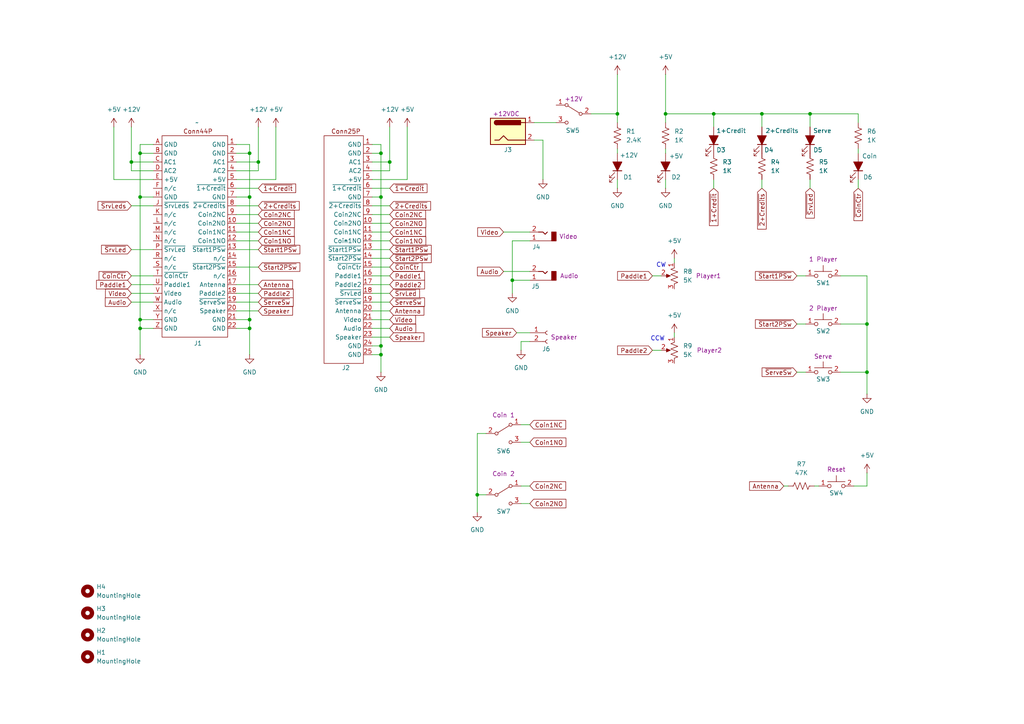
<source format=kicad_sch>
(kicad_sch (version 20231120) (generator "eeschema") (generator_version "8.0")
  (paper "A4")
  (title_block (title "Breakout Control / Test Board") (date "2025-02-04") (rev "4623-102-B") (company "ByteMind, Inc.") (comment 1 "P.Bishop"))
  (lib_symbols
    (symbol "Breakout:+12V" (power) (pin_numbers hide) (pin_names (offset 0) hide)
      (property "Value" "+12V" (at 0 3.556 0))
      (symbol "+12V_0_1"
        (polyline (pts (xy -0.762 1.27) (xy 0 2.54)))
        (polyline (pts (xy 0 0) (xy 0 2.54)))
        (polyline (pts (xy 0 2.54) (xy 0.762 1.27)))
      )
      (symbol "+12V_1_1"
        (pin power_in line (at 0 0 90) (length 0) (name "~") (number "1"))
      )
    )
    (symbol "Breakout:+5V" (power) (pin_numbers hide) (pin_names (offset 0) hide)
      (property "Value" "+5V" (at 0 3.556 0))
      (symbol "+5V_0_1"
        (polyline (pts (xy -0.762 1.27) (xy 0 2.54)))
        (polyline (pts (xy 0 0) (xy 0 2.54)))
        (polyline (pts (xy 0 2.54) (xy 0.762 1.27)))
      )
      (symbol "+5V_1_1"
        (pin power_in line (at 0 0 90) (length 0) (name "~") (number "1"))
      )
    )
    (symbol "Breakout:Conn25P"
      (property "Reference" "J" (at 0 -34.29 0))
      (symbol "Conn25P_1_1"
        (rectangle (start -6.35 33.02) (end 5.08 -33.02))
        (text "Conn25P" (at 0 34.29 0) (effects (font (size 1.27 1.27))))
        (pin passive line (at 7.62 30.48 180) (length 2.54) (name "GND") (number "1"))
        (pin passive line (at 7.62 7.62 180) (length 2.54) (name "Coin2NO") (number "10"))
        (pin passive line (at 7.62 5.08 180) (length 2.54) (name "Coin1NC") (number "11"))
        (pin passive line (at 7.62 2.54 180) (length 2.54) (name "Coin1NO") (number "12"))
        (pin passive line (at 7.62 0 180) (length 2.54) (name "~{Start1PSw}") (number "13"))
        (pin passive line (at 7.62 -2.54 180) (length 2.54) (name "~{Start2PSw}") (number "14"))
        (pin passive line (at 7.62 -5.08 180) (length 2.54) (name "~{CoinCtr}") (number "15"))
        (pin passive line (at 7.62 -7.62 180) (length 2.54) (name "Paddle1") (number "16"))
        (pin passive line (at 7.62 -10.16 180) (length 2.54) (name "Paddle2") (number "17"))
        (pin passive line (at 7.62 -12.7 180) (length 2.54) (name "~{SrvLed}") (number "18"))
        (pin passive line (at 7.62 -15.24 180) (length 2.54) (name "~{ServeSw}") (number "19"))
        (pin passive line (at 7.62 27.94 180) (length 2.54) (name "GND") (number "2"))
        (pin passive line (at 7.62 -17.78 180) (length 2.54) (name "Antenna") (number "20"))
        (pin passive line (at 7.62 -20.32 180) (length 2.54) (name "Video") (number "21"))
        (pin passive line (at 7.62 -22.86 180) (length 2.54) (name "Audio") (number "22"))
        (pin passive line (at 7.62 -25.4 180) (length 2.54) (name "Speaker") (number "23"))
        (pin passive line (at 7.62 -27.94 180) (length 2.54) (name "GND") (number "24"))
        (pin passive line (at 7.62 -30.48 180) (length 2.54) (name "GND") (number "25"))
        (pin passive line (at 7.62 25.4 180) (length 2.54) (name "AC1") (number "3"))
        (pin passive line (at 7.62 22.86 180) (length 2.54) (name "AC2") (number "4"))
        (pin passive line (at 7.62 20.32 180) (length 2.54) (name "+5V") (number "5"))
        (pin passive line (at 7.62 17.78 180) (length 2.54) (name "~{1+Credit}") (number "6"))
        (pin passive line (at 7.62 15.24 180) (length 2.54) (name "GND") (number "7"))
        (pin passive line (at 7.62 12.7 180) (length 2.54) (name "~{2+Credits}") (number "8"))
        (pin passive line (at 7.62 10.16 180) (length 2.54) (name "Coin2NC") (number "9"))
      )
    )
    (symbol "Breakout:Conn44P"
      (property "Reference" "J" (at 0 -30.48 0))
      (symbol "Conn44P_0_1"
        (rectangle (start -10.16 29.21) (end 8.89 -29.21))
      )
      (symbol "Conn44P_1_1"
        (text "Conn44P" (at 0.254 30.48 0) (effects (font (size 1.27 1.27))))
        (pin passive line (at 11.43 26.67 180) (length 2.54) (name "GND") (number "1"))
        (pin passive line (at 11.43 3.81 180) (length 2.54) (name "Coin2NO") (number "10"))
        (pin passive line (at 11.43 1.27 180) (length 2.54) (name "Coin1NC") (number "11"))
        (pin passive line (at 11.43 -1.27 180) (length 2.54) (name "Coin1NO") (number "12"))
        (pin passive line (at 11.43 -3.81 180) (length 2.54) (name "~{Start1PSw}") (number "13"))
        (pin passive line (at 11.43 -6.35 180) (length 2.54) (name "n/c") (number "14"))
        (pin passive line (at 11.43 -8.89 180) (length 2.54) (name "~{Start2PSw}") (number "15"))
        (pin passive line (at 11.43 -11.43 180) (length 2.54) (name "n/c") (number "16"))
        (pin passive line (at 11.43 -13.97 180) (length 2.54) (name "Antenna") (number "17"))
        (pin passive line (at 11.43 -16.51 180) (length 2.54) (name "Paddle2") (number "18"))
        (pin passive line (at 11.43 -19.05 180) (length 2.54) (name "~{ServeSw}") (number "19"))
        (pin passive line (at 11.43 24.13 180) (length 2.54) (name "GND") (number "2"))
        (pin passive line (at 11.43 -21.59 180) (length 2.54) (name "Speaker") (number "20"))
        (pin passive line (at 11.43 -24.13 180) (length 2.54) (name "GND") (number "21"))
        (pin passive line (at 11.43 -26.67 180) (length 2.54) (name "GND") (number "22"))
        (pin passive line (at 11.43 21.59 180) (length 2.54) (name "AC1") (number "3"))
        (pin passive line (at 11.43 19.05 180) (length 2.54) (name "AC2") (number "4"))
        (pin passive line (at 11.43 16.51 180) (length 2.54) (name "+5V") (number "5"))
        (pin passive line (at 11.43 13.97 180) (length 2.54) (name "~{1+Credit}") (number "6"))
        (pin passive line (at 11.43 11.43 180) (length 2.54) (name "GND") (number "7"))
        (pin passive line (at 11.43 8.89 180) (length 2.54) (name "~{2+Credits}") (number "8"))
        (pin passive line (at 11.43 6.35 180) (length 2.54) (name "Coin2NC") (number "9"))
        (pin passive line (at -12.7 26.67 0) (length 2.54) (name "GND") (number "A"))
        (pin passive line (at -12.7 24.13 0) (length 2.54) (name "GND") (number "B"))
        (pin passive line (at -12.7 21.59 0) (length 2.54) (name "AC1") (number "C"))
        (pin passive line (at -12.7 19.05 0) (length 2.54) (name "AC2") (number "D"))
        (pin passive line (at -12.7 16.51 0) (length 2.54) (name "+5V") (number "E"))
        (pin passive line (at -12.7 13.97 0) (length 2.54) (name "n/c") (number "F"))
        (pin passive line (at -12.7 11.43 0) (length 2.54) (name "GND") (number "H"))
        (pin passive line (at -12.7 8.89 0) (length 2.54) (name "~{SrvLeds}") (number "J"))
        (pin passive line (at -12.7 6.35 0) (length 2.54) (name "n/c") (number "K"))
        (pin passive line (at -12.7 3.81 0) (length 2.54) (name "n/c") (number "L"))
        (pin passive line (at -12.7 1.27 0) (length 2.54) (name "n/c") (number "M"))
        (pin passive line (at -12.7 -1.27 0) (length 2.54) (name "n/c") (number "N"))
        (pin passive line (at -12.7 -3.81 0) (length 2.54) (name "~{SrvLed}") (number "P"))
        (pin passive line (at -12.7 -6.35 0) (length 2.54) (name "n/c") (number "R"))
        (pin passive line (at -12.7 -8.89 0) (length 2.54) (name "n/c") (number "S"))
        (pin passive line (at -12.7 -11.43 0) (length 2.54) (name "~{CoinCtr}") (number "T"))
        (pin passive line (at -12.7 -13.97 0) (length 2.54) (name "Paddle1") (number "U"))
        (pin passive line (at -12.7 -16.51 0) (length 2.54) (name "Video") (number "V"))
        (pin passive line (at -12.7 -19.05 0) (length 2.54) (name "Audio") (number "W"))
        (pin passive line (at -12.7 -21.59 0) (length 2.54) (name "n/c") (number "X"))
        (pin passive line (at -12.7 -24.13 0) (length 2.54) (name "GND") (number "Y"))
        (pin passive line (at -12.7 -26.67 0) (length 2.54) (name "GND") (number "Z"))
      )
    )
    (symbol "Breakout:Conn_01x02_Socket" (pin_names (offset 1.016) hide)
      (property "Reference" "J" (at 0 2.54 0))
      (symbol "Conn_01x02_Socket_1_1"
        (arc (start 0 -2.032) (mid -0.5058 -2.54) (end 0 -3.048) (stroke (width 0.1524)))
        (polyline (pts (xy -1.27 -2.54) (xy -0.508 -2.54)) (stroke (width 0.1524)))
        (polyline (pts (xy -1.27 0) (xy -0.508 0)) (stroke (width 0.1524)))
        (arc (start 0 0.508) (mid -0.5058 0) (end 0 -0.508) (stroke (width 0.1524)))
        (pin passive line (at -5.08 0 0) (length 3.81) (name "Pin_1") (number "1"))
        (pin passive line (at -5.08 -2.54 0) (length 3.81) (name "Pin_2") (number "2"))
      )
    )
    (symbol "Breakout:GND" (power) (pin_numbers hide) (pin_names (offset 0) hide)
      (property "Value" "GND" (at 0 -3.81 0))
      (symbol "GND_0_1"
        (polyline (pts (xy 0 0) (xy 0 -1.27) (xy 1.27 -1.27) (xy 0 -2.54) (xy -1.27 -1.27) (xy 0 -1.27)))
      )
      (symbol "GND_1_1"
        (pin power_in line (at 0 0 270) (length 0) (name "~") (number "1"))
      )
    )
    (symbol "Breakout:Jack-DC" (pin_names (offset 1.016))
      (property "Reference" "J" (at 0 5.334 0))
      (property "Value" "Jack-DC" (at 0 -5.08 0))
      (symbol "Jack-DC_0_1"
        (rectangle (start -5.08 3.81) (end 5.08 -3.81) (stroke (width 0.254)) (fill (type background)))
        (arc (start -3.302 3.175) (mid -3.9343 2.54) (end -3.302 1.905) (stroke (width 0.254)))
        (arc (start -3.302 3.175) (mid -3.9343 2.54) (end -3.302 1.905) (stroke (width 0.254)) (fill (type outline)))
        (polyline (pts (xy 5.08 2.54) (xy 3.81 2.54)) (stroke (width 0.254)))
        (polyline (pts (xy -3.81 -2.54) (xy -2.54 -2.54) (xy -1.27 -1.27) (xy 0 -2.54) (xy 2.54 -2.54) (xy 5.08 -2.54)) (stroke (width 0.254)))
        (rectangle (start 3.683 3.175) (end -3.302 1.905) (stroke (width 0.254)) (fill (type outline)))
      )
      (symbol "Jack-DC_1_1"
        (pin passive line (at 7.62 2.54 180) (length 2.54) (name "~") (number "1"))
        (pin passive line (at 7.62 -2.54 180) (length 2.54) (name "~") (number "2"))
      )
    )
    (symbol "Breakout:JackAudio2"
      (property "Reference" "J" (at -4.318 -1.524 0))
      (symbol "JackAudio2_0_1"
        (rectangle (start -7.62 2.54) (end -6.35 0) (stroke (width 0.254)) (fill (type outline)))
        (polyline (pts (xy -5.08 2.54) (xy -4.445 1.905) (xy -3.81 2.54) (xy -2.54 2.54)) (stroke (width 0.254)))
      )
      (symbol "JackAudio2_1_1"
        (polyline (pts (xy -2.54 0) (xy -6.35 0)))
        (pin passive line (at 0 0 180) (length 2.54) (name "~") (number "1"))
        (pin passive line (at 0 2.54 180) (length 2.54) (name "~") (number "2"))
      )
    )
    (symbol "Breakout:LED" (pin_numbers hide) (pin_names (offset 1.016) hide)
      (property "Reference" "D" (at 0 2.54 0))
      (symbol "LED_0_1"
        (polyline (pts (xy -1.27 -1.27) (xy -1.27 1.27)) (stroke (width 0.254)))
        (polyline (pts (xy -1.27 0) (xy 1.27 0)))
        (polyline (pts (xy 1.27 -1.27) (xy 1.27 1.27) (xy -1.27 0) (xy 1.27 -1.27)) (stroke (width 0.254)) (fill (type outline)))
        (polyline (pts (xy -3.048 -0.762) (xy -4.572 -2.286) (xy -3.81 -2.286) (xy -4.572 -2.286) (xy -4.572 -1.524)))
        (polyline (pts (xy -1.778 -0.762) (xy -3.302 -2.286) (xy -2.54 -2.286) (xy -3.302 -2.286) (xy -3.302 -1.524)))
      )
      (symbol "LED_1_1"
        (pin passive line (at -3.81 0 0) (length 2.54) (name "K") (number "1"))
        (pin passive line (at 3.81 0 180) (length 2.54) (name "A") (number "2"))
      )
    )
    (symbol "Breakout:MountingHole" (pin_names (offset 1.016)) (exclude_from_sim yes) (in_bom no)
      (property "Reference" "H" (at 0 5.08 0))
      (property "Value" "MountingHole" (at 0 3.175 0))
      (symbol "MountingHole_0_1"
        (circle (center 0 0) (radius 1.27) (stroke (width 1.27)))
      )
    )
    (symbol "Breakout:R" (pin_numbers hide) (pin_names (offset 0))
      (property "Reference" "R" (at 2.54 0 90))
      (property "Value" "R" (at -2.54 0 90))
      (symbol "R_0_1"
        (polyline (pts (xy 0 -2.286) (xy 0 -2.54)))
        (polyline (pts (xy 0 2.286) (xy 0 2.54)))
        (polyline (pts (xy 0 -0.762) (xy 1.016 -1.143) (xy 0 -1.524) (xy -1.016 -1.905) (xy 0 -2.286)))
        (polyline (pts (xy 0 0.762) (xy 1.016 0.381) (xy 0 0) (xy -1.016 -0.381) (xy 0 -0.762)))
        (polyline (pts (xy 0 2.286) (xy 1.016 1.905) (xy 0 1.524) (xy -1.016 1.143) (xy 0 0.762)))
      )
      (symbol "R_1_1"
        (pin passive line (at 0 3.81 270) (length 1.27) (name "~") (number "1"))
        (pin passive line (at 0 -3.81 90) (length 1.27) (name "~") (number "2"))
      )
    )
    (symbol "Breakout:R_POT" (pin_names (offset 1.016) hide)
      (property "Reference" "R" (at -4.445 0 90))
      (property "Value" "R_POT" (at -2.54 0 90))
      (symbol "R_POT_0_1"
        (polyline (pts (xy 0 -2.286) (xy 0 -2.54)))
        (polyline (pts (xy 0 2.54) (xy 0 2.286)))
        (polyline (pts (xy 2.54 0) (xy 1.524 0)))
        (polyline (pts (xy 1.143 0) (xy 2.286 0.508) (xy 2.286 -0.508) (xy 1.143 0)) (fill (type outline)))
        (polyline (pts (xy 0 -0.762) (xy 1.016 -1.143) (xy 0 -1.524) (xy -1.016 -1.905) (xy 0 -2.286)))
        (polyline (pts (xy 0 0.762) (xy 1.016 0.381) (xy 0 0) (xy -1.016 -0.381) (xy 0 -0.762)))
        (polyline (pts (xy 0 2.286) (xy 1.016 1.905) (xy 0 1.524) (xy -1.016 1.143) (xy 0 0.762)))
      )
      (symbol "R_POT_1_1"
        (pin passive line (at 0 3.81 270) (length 1.27) (name "1") (number "1"))
        (pin passive line (at 3.81 0 180) (length 1.27) (name "2") (number "2"))
        (pin passive line (at 0 -3.81 90) (length 1.27) (name "3") (number "3"))
      )
    )
    (symbol "Breakout:SW_Push" (pin_names (offset 1.016) hide)
      (property "Reference" "SW" (at 1.27 2.54 0))
      (property "Value" "SW_Push" (at 0 -1.524 0))
      (symbol "SW_Push_0_1"
        (circle (center -2.032 0) (radius 0.508))
        (polyline (pts (xy 0 1.27) (xy 0 3.048)))
        (polyline (pts (xy 2.54 1.27) (xy -2.54 1.27)))
        (circle (center 2.032 0) (radius 0.508))
      )
      (symbol "SW_Push_1_1"
        (pin passive line (at -5.08 0 0) (length 2.54) (name "C") (number "1"))
        (pin passive line (at 5.08 0 180) (length 2.54) (name "D") (number "2"))
      )
    )
    (symbol "Breakout:SW_SPDT" (pin_names (offset 0) hide)
      (property "Reference" "SW" (at 0 5.08 0))
      (property "Value" "SW_SPDT" (at 0 -5.08 0))
      (symbol "SW_SPDT_0_1"
        (circle (center -2.032 0) (radius 0.4572))
        (polyline (pts (xy -1.651 0.254) (xy 1.651 2.286)))
        (circle (center 2.032 -2.54) (radius 0.4572))
        (circle (center 2.032 2.54) (radius 0.4572))
      )
      (symbol "SW_SPDT_1_1"
        (pin passive line (at 5.08 2.54 180) (length 2.54) (name "A") (number "1"))
        (pin passive line (at -5.08 0 0) (length 2.54) (name "B") (number "2"))
        (pin passive line (at 5.08 -2.54 180) (length 2.54) (name "C") (number "3"))
      )
    )
    (symbol "JackAudio2_1"
      (property "Reference" "J" (at -4.318 -1.524 0))
      (symbol "JackAudio2_1_0_1"
        (rectangle (start -7.62 2.54) (end -6.35 0) (stroke (width 0.254)) (fill (type outline)))
        (polyline (pts (xy -5.08 2.54) (xy -4.445 1.905) (xy -3.81 2.54) (xy -2.54 2.54)) (stroke (width 0.254)))
      )
      (symbol "JackAudio2_1_1_1"
        (polyline (pts (xy -2.54 0) (xy -6.35 0)))
        (pin passive line (at 0 0 180) (length 2.54) (name "~") (number "1"))
        (pin passive line (at 0 2.54 180) (length 2.54) (name "~") (number "2"))
      )
    )
  )
  (junction (at 40.64 92.71))
  (junction (at 72.39 95.25))
  (junction (at 72.39 92.71))
  (junction (at 193.04 33.02))
  (junction (at 148.59 81.28))
  (junction (at 110.49 57.15))
  (junction (at 251.46 93.98))
  (junction (at 113.03 46.99))
  (junction (at 40.64 57.15))
  (junction (at 74.93 46.99))
  (junction (at 179.07 33.02))
  (junction (at 40.64 44.45))
  (junction (at 38.1 46.99))
  (junction (at 110.49 100.33))
  (junction (at 138.43 143.51))
  (junction (at 72.39 44.45))
  (junction (at 220.98 33.02))
  (junction (at 251.46 107.95))
  (junction (at 72.39 57.15))
  (junction (at 234.95 33.02))
  (junction (at 40.64 95.25))
  (junction (at 207.01 33.02))
  (junction (at 110.49 102.87))
  (junction (at 110.49 44.45))
  (wire (pts (xy 74.93 82.55) (xy 68.58 82.55)))
  (wire (pts (xy 107.95 57.15) (xy 110.49 57.15)))
  (wire (pts (xy 38.1 87.63) (xy 44.45 87.63)))
  (wire (pts (xy 153.67 128.27) (xy 151.13 128.27)))
  (wire (pts (xy 107.95 80.01) (xy 113.03 80.01)))
  (wire (pts (xy 138.43 125.73) (xy 138.43 143.51)))
  (wire (pts (xy 38.1 46.99) (xy 44.45 46.99)))
  (wire (pts (xy 80.01 52.07) (xy 80.01 36.83)))
  (wire (pts (xy 243.84 93.98) (xy 251.46 93.98)))
  (wire (pts (xy 107.95 82.55) (xy 113.03 82.55)))
  (wire (pts (xy 107.95 52.07) (xy 118.11 52.07)))
  (wire (pts (xy 107.95 41.91) (xy 110.49 41.91)))
  (wire (pts (xy 151.13 99.06) (xy 151.13 101.6)))
  (wire (pts (xy 107.95 64.77) (xy 113.03 64.77)))
  (wire (pts (xy 153.67 99.06) (xy 151.13 99.06)))
  (wire (pts (xy 251.46 107.95) (xy 243.84 107.95)))
  (wire (pts (xy 148.59 69.85) (xy 148.59 81.28)))
  (wire (pts (xy 74.93 54.61) (xy 68.58 54.61)))
  (wire (pts (xy 251.46 80.01) (xy 251.46 93.98)))
  (wire (pts (xy 171.45 33.02) (xy 179.07 33.02)))
  (wire (pts (xy 231.14 93.98) (xy 233.68 93.98)))
  (wire (pts (xy 110.49 57.15) (xy 110.49 100.33)))
  (wire (pts (xy 110.49 44.45) (xy 110.49 57.15)))
  (wire (pts (xy 38.1 59.69) (xy 44.45 59.69)))
  (wire (pts (xy 113.03 87.63) (xy 107.95 87.63)))
  (wire (pts (xy 154.94 40.64) (xy 157.48 40.64)))
  (wire (pts (xy 228.6 140.97) (xy 227.33 140.97)))
  (wire (pts (xy 220.98 33.02) (xy 220.98 36.83)))
  (wire (pts (xy 207.01 33.02) (xy 220.98 33.02)))
  (wire (pts (xy 248.92 52.07) (xy 248.92 54.61)))
  (wire (pts (xy 68.58 52.07) (xy 80.01 52.07)))
  (wire (pts (xy 251.46 93.98) (xy 251.46 107.95)))
  (wire (pts (xy 140.97 125.73) (xy 138.43 125.73)))
  (wire (pts (xy 179.07 33.02) (xy 179.07 21.59)))
  (wire (pts (xy 107.95 100.33) (xy 110.49 100.33)))
  (wire (pts (xy 220.98 33.02) (xy 234.95 33.02)))
  (wire (pts (xy 72.39 41.91) (xy 72.39 44.45)))
  (wire (pts (xy 207.01 33.02) (xy 207.01 36.83)))
  (wire (pts (xy 113.03 90.17) (xy 107.95 90.17)))
  (wire (pts (xy 40.64 44.45) (xy 40.64 57.15)))
  (wire (pts (xy 40.64 41.91) (xy 40.64 44.45)))
  (wire (pts (xy 40.64 92.71) (xy 44.45 92.71)))
  (wire (pts (xy 68.58 44.45) (xy 72.39 44.45)))
  (wire (pts (xy 38.1 80.01) (xy 44.45 80.01)))
  (wire (pts (xy 107.95 49.53) (xy 113.03 49.53)))
  (wire (pts (xy 68.58 92.71) (xy 72.39 92.71)))
  (wire (pts (xy 154.94 35.56) (xy 161.29 35.56)))
  (wire (pts (xy 193.04 33.02) (xy 207.01 33.02)))
  (wire (pts (xy 234.95 54.61) (xy 234.95 52.07)))
  (wire (pts (xy 74.93 90.17) (xy 68.58 90.17)))
  (wire (pts (xy 113.03 92.71) (xy 107.95 92.71)))
  (wire (pts (xy 234.95 33.02) (xy 248.92 33.02)))
  (wire (pts (xy 40.64 95.25) (xy 44.45 95.25)))
  (wire (pts (xy 72.39 95.25) (xy 72.39 102.87)))
  (wire (pts (xy 33.02 36.83) (xy 33.02 52.07)))
  (wire (pts (xy 107.95 46.99) (xy 113.03 46.99)))
  (wire (pts (xy 72.39 92.71) (xy 72.39 95.25)))
  (wire (pts (xy 40.64 57.15) (xy 44.45 57.15)))
  (wire (pts (xy 38.1 49.53) (xy 44.45 49.53)))
  (wire (pts (xy 107.95 72.39) (xy 113.03 72.39)))
  (wire (pts (xy 110.49 100.33) (xy 110.49 102.87)))
  (wire (pts (xy 236.22 140.97) (xy 237.49 140.97)))
  (wire (pts (xy 113.03 59.69) (xy 107.95 59.69)))
  (wire (pts (xy 107.95 44.45) (xy 110.49 44.45)))
  (wire (pts (xy 153.67 146.05) (xy 151.13 146.05)))
  (wire (pts (xy 107.95 69.85) (xy 113.03 69.85)))
  (wire (pts (xy 68.58 41.91) (xy 72.39 41.91)))
  (wire (pts (xy 74.93 69.85) (xy 68.58 69.85)))
  (wire (pts (xy 72.39 57.15) (xy 72.39 92.71)))
  (wire (pts (xy 248.92 33.02) (xy 248.92 35.56)))
  (wire (pts (xy 113.03 97.79) (xy 107.95 97.79)))
  (wire (pts (xy 68.58 57.15) (xy 72.39 57.15)))
  (wire (pts (xy 251.46 140.97) (xy 251.46 137.16)))
  (wire (pts (xy 33.02 52.07) (xy 44.45 52.07)))
  (wire (pts (xy 40.64 41.91) (xy 44.45 41.91)))
  (wire (pts (xy 107.95 67.31) (xy 113.03 67.31)))
  (wire (pts (xy 74.93 62.23) (xy 68.58 62.23)))
  (wire (pts (xy 189.23 80.01) (xy 191.77 80.01)))
  (wire (pts (xy 74.93 59.69) (xy 68.58 59.69)))
  (wire (pts (xy 40.64 57.15) (xy 40.64 92.71)))
  (wire (pts (xy 40.64 44.45) (xy 44.45 44.45)))
  (wire (pts (xy 110.49 102.87) (xy 110.49 107.95)))
  (wire (pts (xy 153.67 140.97) (xy 151.13 140.97)))
  (wire (pts (xy 179.07 43.18) (xy 179.07 44.45)))
  (wire (pts (xy 113.03 95.25) (xy 107.95 95.25)))
  (wire (pts (xy 179.07 35.56) (xy 179.07 33.02)))
  (wire (pts (xy 148.59 69.85) (xy 153.67 69.85)))
  (wire (pts (xy 74.93 64.77) (xy 68.58 64.77)))
  (wire (pts (xy 113.03 46.99) (xy 113.03 49.53)))
  (wire (pts (xy 38.1 72.39) (xy 44.45 72.39)))
  (wire (pts (xy 153.67 123.19) (xy 151.13 123.19)))
  (wire (pts (xy 72.39 95.25) (xy 68.58 95.25)))
  (wire (pts (xy 74.93 87.63) (xy 68.58 87.63)))
  (wire (pts (xy 179.07 52.07) (xy 179.07 54.61)))
  (wire (pts (xy 193.04 35.56) (xy 193.04 33.02)))
  (wire (pts (xy 107.95 85.09) (xy 113.03 85.09)))
  (wire (pts (xy 248.92 43.18) (xy 248.92 44.45)))
  (wire (pts (xy 38.1 82.55) (xy 44.45 82.55)))
  (wire (pts (xy 251.46 107.95) (xy 251.46 114.3)))
  (wire (pts (xy 193.04 52.07) (xy 193.04 54.61)))
  (wire (pts (xy 231.14 107.95) (xy 233.68 107.95)))
  (wire (pts (xy 40.64 95.25) (xy 40.64 102.87)))
  (wire (pts (xy 234.95 33.02) (xy 234.95 36.83)))
  (wire (pts (xy 68.58 49.53) (xy 74.93 49.53)))
  (wire (pts (xy 195.58 96.52) (xy 195.58 97.79)))
  (wire (pts (xy 74.93 77.47) (xy 68.58 77.47)))
  (wire (pts (xy 113.03 36.83) (xy 113.03 46.99)))
  (wire (pts (xy 107.95 62.23) (xy 113.03 62.23)))
  (wire (pts (xy 107.95 102.87) (xy 110.49 102.87)))
  (wire (pts (xy 243.84 80.01) (xy 251.46 80.01)))
  (wire (pts (xy 107.95 54.61) (xy 113.03 54.61)))
  (wire (pts (xy 195.58 74.93) (xy 195.58 76.2)))
  (wire (pts (xy 146.05 78.74) (xy 153.67 78.74)))
  (wire (pts (xy 74.93 46.99) (xy 74.93 49.53)))
  (wire (pts (xy 148.59 81.28) (xy 148.59 85.09)))
  (wire (pts (xy 110.49 41.91) (xy 110.49 44.45)))
  (wire (pts (xy 146.05 67.31) (xy 153.67 67.31)))
  (wire (pts (xy 74.93 72.39) (xy 68.58 72.39)))
  (wire (pts (xy 74.93 36.83) (xy 74.93 46.99)))
  (wire (pts (xy 220.98 54.61) (xy 220.98 52.07)))
  (wire (pts (xy 193.04 21.59) (xy 193.04 33.02)))
  (wire (pts (xy 38.1 36.83) (xy 38.1 46.99)))
  (wire (pts (xy 118.11 36.83) (xy 118.11 52.07)))
  (wire (pts (xy 38.1 85.09) (xy 44.45 85.09)))
  (wire (pts (xy 40.64 92.71) (xy 40.64 95.25)))
  (wire (pts (xy 149.86 96.52) (xy 153.67 96.52)))
  (wire (pts (xy 138.43 143.51) (xy 138.43 148.59)))
  (wire (pts (xy 74.93 67.31) (xy 68.58 67.31)))
  (wire (pts (xy 107.95 77.47) (xy 113.03 77.47)))
  (wire (pts (xy 189.23 101.6) (xy 191.77 101.6)))
  (wire (pts (xy 38.1 46.99) (xy 38.1 49.53)))
  (wire (pts (xy 247.65 140.97) (xy 251.46 140.97)))
  (wire (pts (xy 157.48 40.64) (xy 157.48 52.07)))
  (wire (pts (xy 231.14 80.01) (xy 233.68 80.01)))
  (wire (pts (xy 148.59 81.28) (xy 153.67 81.28)))
  (wire (pts (xy 207.01 54.61) (xy 207.01 52.07)))
  (wire (pts (xy 74.93 85.09) (xy 68.58 85.09)))
  (wire (pts (xy 68.58 46.99) (xy 74.93 46.99)))
  (wire (pts (xy 107.95 74.93) (xy 113.03 74.93)))
  (wire (pts (xy 193.04 43.18) (xy 193.04 44.45)))
  (wire (pts (xy 72.39 44.45) (xy 72.39 57.15)))
  (wire (pts (xy 138.43 143.51) (xy 140.97 143.51)))
  (text "CCW" (at 190.754 98.298 0) (effects (font (size 1.27 1.27))))
  (text "CW" (at 191.77 76.962 0) (effects (font (size 1.27 1.27))))
  (global_label "~{1+Credit}" (shape input) (at 113.03 54.61 0) (property "Intersheetrefs" "${INTERSHEET_REFS}" (effects (hide yes))))
  (global_label "~{CoinCtr}" (shape input) (at 248.92 54.61 270) (property "Intersheetrefs" "${INTERSHEET_REFS}" (effects (hide yes))))
  (global_label "~{2+Credits}" (shape input) (at 220.98 54.61 270) (property "Intersheetrefs" "${INTERSHEET_REFS}" (effects (hide yes))))
  (global_label "Antenna" (shape input) (at 74.93 82.55 0) (property "Intersheetrefs" "${INTERSHEET_REFS}" (effects (hide yes))))
  (global_label "~{2+Credits}" (shape input) (at 74.93 59.69 0) (property "Intersheetrefs" "${INTERSHEET_REFS}" (effects (hide yes))))
  (global_label "Coin1NO" (shape input) (at 74.93 69.85 0) (property "Intersheetrefs" "${INTERSHEET_REFS}" (effects (hide yes))))
  (global_label "~{ServeSw}" (shape input) (at 231.14 107.95 180) (property "Intersheetrefs" "${INTERSHEET_REFS}" (effects (hide yes))))
  (global_label "Coin1NO" (shape input) (at 113.03 69.85 0) (property "Intersheetrefs" "${INTERSHEET_REFS}" (effects (hide yes))))
  (global_label "~{CoinCtr}" (shape input) (at 38.1 80.01 180) (property "Intersheetrefs" "${INTERSHEET_REFS}" (effects (hide yes))))
  (global_label "Coin2NO" (shape input) (at 153.67 146.05 0) (property "Intersheetrefs" "${INTERSHEET_REFS}" (effects (hide yes))))
  (global_label "Coin2NC" (shape input) (at 153.67 140.97 0) (property "Intersheetrefs" "${INTERSHEET_REFS}" (effects (hide yes))))
  (global_label "Paddle1" (shape input) (at 113.03 80.01 0) (property "Intersheetrefs" "${INTERSHEET_REFS}" (effects (hide yes))))
  (global_label "Antenna" (shape input) (at 227.33 140.97 180) (property "Intersheetrefs" "${INTERSHEET_REFS}" (effects (hide yes))))
  (global_label "~{SrvLed}" (shape input) (at 234.95 54.61 270) (property "Intersheetrefs" "${INTERSHEET_REFS}" (effects (hide yes))))
  (global_label "~{Start1PSw}" (shape input) (at 231.14 80.01 180) (property "Intersheetrefs" "${INTERSHEET_REFS}" (effects (hide yes))))
  (global_label "Video" (shape input) (at 113.03 92.71 0) (property "Intersheetrefs" "${INTERSHEET_REFS}" (effects (hide yes))))
  (global_label "Coin1NO" (shape input) (at 153.67 128.27 0) (property "Intersheetrefs" "${INTERSHEET_REFS}" (effects (hide yes))))
  (global_label "~{1+Credit}" (shape input) (at 74.93 54.61 0) (property "Intersheetrefs" "${INTERSHEET_REFS}" (effects (hide yes))))
  (global_label "~{Start1PSw}" (shape input) (at 113.03 72.39 0) (property "Intersheetrefs" "${INTERSHEET_REFS}" (effects (hide yes))))
  (global_label "~{Start1PSw}" (shape input) (at 74.93 72.39 0) (property "Intersheetrefs" "${INTERSHEET_REFS}" (effects (hide yes))))
  (global_label "Coin2NC" (shape input) (at 74.93 62.23 0) (property "Intersheetrefs" "${INTERSHEET_REFS}" (effects (hide yes))))
  (global_label "Video" (shape input) (at 146.05 67.31 180) (property "Intersheetrefs" "${INTERSHEET_REFS}" (effects (hide yes))))
  (global_label "Audio" (shape input) (at 113.03 95.25 0) (property "Intersheetrefs" "${INTERSHEET_REFS}" (effects (hide yes))))
  (global_label "Coin1NC" (shape input) (at 74.93 67.31 0) (property "Intersheetrefs" "${INTERSHEET_REFS}" (effects (hide yes))))
  (global_label "Paddle1" (shape input) (at 189.23 80.01 180) (property "Intersheetrefs" "${INTERSHEET_REFS}" (effects (hide yes))))
  (global_label "~{Start2PSw}" (shape input) (at 113.03 74.93 0) (property "Intersheetrefs" "${INTERSHEET_REFS}" (effects (hide yes))))
  (global_label "Coin2NO" (shape input) (at 113.03 64.77 0) (property "Intersheetrefs" "${INTERSHEET_REFS}" (effects (hide yes))))
  (global_label "Speaker" (shape input) (at 113.03 97.79 0) (property "Intersheetrefs" "${INTERSHEET_REFS}" (effects (hide yes))))
  (global_label "~{Start2PSw}" (shape input) (at 231.14 93.98 180) (property "Intersheetrefs" "${INTERSHEET_REFS}" (effects (hide yes))))
  (global_label "~{SrvLed}" (shape input) (at 38.1 72.39 180) (property "Intersheetrefs" "${INTERSHEET_REFS}" (effects (hide yes))))
  (global_label "Video" (shape input) (at 38.1 85.09 180) (property "Intersheetrefs" "${INTERSHEET_REFS}" (effects (hide yes))))
  (global_label "~{ServeSw}" (shape input) (at 74.93 87.63 0) (property "Intersheetrefs" "${INTERSHEET_REFS}" (effects (hide yes))))
  (global_label "Audio" (shape input) (at 146.05 78.74 180) (property "Intersheetrefs" "${INTERSHEET_REFS}" (effects (hide yes))))
  (global_label "Paddle2" (shape input) (at 113.03 82.55 0) (property "Intersheetrefs" "${INTERSHEET_REFS}" (effects (hide yes))))
  (global_label "~{Start2PSw}" (shape input) (at 74.93 77.47 0) (property "Intersheetrefs" "${INTERSHEET_REFS}" (effects (hide yes))))
  (global_label "~{1+Credit}" (shape input) (at 207.01 54.61 270) (property "Intersheetrefs" "${INTERSHEET_REFS}" (effects (hide yes))))
  (global_label "~{SrvLed}" (shape input) (at 113.03 85.09 0) (property "Intersheetrefs" "${INTERSHEET_REFS}" (effects (hide yes))))
  (global_label "Paddle1" (shape input) (at 38.1 82.55 180) (property "Intersheetrefs" "${INTERSHEET_REFS}" (effects (hide yes))))
  (global_label "Coin1NC" (shape input) (at 113.03 67.31 0) (property "Intersheetrefs" "${INTERSHEET_REFS}" (effects (hide yes))))
  (global_label "~{SrvLeds}" (shape input) (at 38.1 59.69 180) (property "Intersheetrefs" "${INTERSHEET_REFS}" (effects (hide yes))))
  (global_label "Paddle2" (shape input) (at 74.93 85.09 0) (property "Intersheetrefs" "${INTERSHEET_REFS}" (effects (hide yes))))
  (global_label "Paddle2" (shape input) (at 189.23 101.6 180) (property "Intersheetrefs" "${INTERSHEET_REFS}" (effects (hide yes))))
  (global_label "Coin1NC" (shape input) (at 153.67 123.19 0) (property "Intersheetrefs" "${INTERSHEET_REFS}" (effects (hide yes))))
  (global_label "Audio" (shape input) (at 38.1 87.63 180) (property "Intersheetrefs" "${INTERSHEET_REFS}" (effects (hide yes))))
  (global_label "Coin2NC" (shape input) (at 113.03 62.23 0) (property "Intersheetrefs" "${INTERSHEET_REFS}" (effects (hide yes))))
  (global_label "Antenna" (shape input) (at 113.03 90.17 0) (property "Intersheetrefs" "${INTERSHEET_REFS}" (effects (hide yes))))
  (global_label "Speaker" (shape input) (at 149.86 96.52 180) (property "Intersheetrefs" "${INTERSHEET_REFS}" (effects (hide yes))))
  (global_label "Coin2NO" (shape input) (at 74.93 64.77 0) (property "Intersheetrefs" "${INTERSHEET_REFS}" (effects (hide yes))))
  (global_label "~{ServeSw}" (shape input) (at 113.03 87.63 0) (property "Intersheetrefs" "${INTERSHEET_REFS}" (effects (hide yes))))
  (global_label "Speaker" (shape input) (at 74.93 90.17 0) (property "Intersheetrefs" "${INTERSHEET_REFS}" (effects (hide yes))))
  (global_label "~{CoinCtr}" (shape input) (at 113.03 77.47 0) (property "Intersheetrefs" "${INTERSHEET_REFS}" (effects (hide yes))))
  (global_label "~{2+Credits}" (shape input) (at 113.03 59.69 0) (property "Intersheetrefs" "${INTERSHEET_REFS}" (effects (hide yes))))
  (symbol (lib_id "Breakout:GND") (at 72.39 102.87 0) (unit 1)
    (property "Reference" "#PWR012" (effects (hide yes)))
    (property "Value" "GND" (at 72.39 107.95 0))
    (property "Description" "Power symbol creates a global label with name \"GND1\" , ground" (effects (hide yes)))
  )
  (symbol (lib_id "Breakout:+5V") (at 195.58 96.52 0) (unit 1)
    (property "Reference" "#PWR019" (effects (hide yes)))
    (property "Value" "+5V" (at 195.58 91.44 0))
    (property "Description" "Power symbol creates a global label with name \"VCC\"" (effects (hide yes)))
  )
  (symbol (lib_id "Breakout:MountingHole") (at 25.4 184.15 0) (unit 1) (exclude_from_sim yes) (in_bom no)
    (property "Reference" "H2" (at 27.94 182.8799 0) (effects (justify left)))
    (property "Value" "MountingHole" (at 27.94 185.4199 0) (effects (justify left)))
    (property "Footprint" "Breakout:Hole_4.3mm_M4" (effects (hide yes)))
    (property "Description" "Mounting Hole without connection" (effects (hide yes)))
  )
  (symbol (lib_id "Breakout:R") (at 179.07 39.37 0) (unit 1)
    (property "Reference" "R1" (at 181.61 38.0999 0) (effects (justify left)))
    (property "Value" "2.4K" (at 181.61 40.6399 0) (effects (justify left)))
    (property "Footprint" "Breakout:R_Axial_0.6in" (effects (hide yes)))
  )
  (symbol (lib_id "Breakout:LED") (at 234.95 40.64 270) (mirror x) (unit 1)
    (property "Reference" "D5" (at 237.236 43.4975 90))
    (property "Value" "Serve" (at 238.506 37.9095 90))
    (property "Footprint" "Breakout:LED_D5.0mm" (effects (hide yes)))
  )
  (symbol (lib_id "Breakout:SW_Push") (at 238.76 107.95 0) (unit 1)
    (property "Reference" "SW3" (at 238.76 109.982 0))
    (property "Value" "SW_Push" (effects (hide yes)))
    (property "Footprint" "Breakout:SW_TACT_6.5x4.5mm" (effects (hide yes)))
    (property "Description" "Serve" (at 238.76 103.378 0))
  )
  (symbol (lib_id "Breakout:GND") (at 40.64 102.87 0) (unit 1)
    (property "Reference" "#PWR013" (effects (hide yes)))
    (property "Value" "GND" (at 40.64 107.95 0))
    (property "Description" "Power symbol creates a global label with name \"GND1\" , ground" (effects (hide yes)))
  )
  (symbol (lib_id "Breakout:GND") (at 110.49 107.95 0) (unit 1)
    (property "Reference" "#PWR011" (effects (hide yes)))
    (property "Value" "GND" (at 110.49 113.03 0))
    (property "Description" "Power symbol creates a global label with name \"GND1\" , ground" (effects (hide yes)))
  )
  (symbol (lib_id "Breakout:Conn_01x02_Socket") (at 158.75 96.52 0) (unit 1)
    (property "Reference" "J6" (at 157.226 101.2189 0) (effects (justify left)))
    (property "Footprint" "Breakout:Conn-TermBlock-2P" (effects (hide yes)))
    (property "Description" "Speaker" (at 163.576 97.79 0))
  )
  (symbol (lib_id "Breakout:SW_SPDT") (at 146.05 143.51 0) (unit 1)
    (property "Reference" "SW7" (at 146.05 148.336 0))
    (property "Value" "SW_SPDT" (effects (hide yes)))
    (property "Footprint" "Breakout:SW_Toggle_Gemini_A" (effects (hide yes)))
    (property "Description" "Coin 2" (at 146.05 137.414 0))
  )
  (symbol (lib_id "Breakout:GND") (at 151.13 101.6 0) (unit 1)
    (property "Reference" "#PWR014" (effects (hide yes)))
    (property "Value" "GND" (at 151.13 106.68 0))
    (property "Description" "Power symbol creates a global label with name \"GND1\" , ground" (effects (hide yes)))
  )
  (symbol (lib_id "Breakout:LED") (at 193.04 48.26 270) (mirror x) (unit 1)
    (property "Reference" "D2" (at 196.088 51.3715 90))
    (property "Value" "+5V" (at 196.088 45.2755 90))
    (property "Footprint" "Breakout:LED_D5.0mm" (effects (hide yes)))
  )
  (symbol (lib_id "Breakout:+5V") (at 33.02 36.83 0) (unit 1)
    (property "Reference" "#PWR010" (effects (hide yes)))
    (property "Value" "+5V" (at 33.02 31.75 0))
    (property "Description" "Power symbol creates a global label with name \"VCC\"" (effects (hide yes)))
  )
  (symbol (lib_id "Breakout:R_POT") (at 195.58 80.01 0) (mirror y) (unit 1)
    (property "Reference" "R8" (at 198.12 78.7399 0) (effects (justify right)))
    (property "Value" "5K" (at 198.12 81.2799 0) (effects (justify right)))
    (property "Footprint" "Breakout:R_POT_Bourns_PDB181-A" (effects (hide yes)))
    (property "Description" "Player1" (at 205.486 80.01 0))
  )
  (symbol (lib_id "Breakout:SW_Push") (at 242.57 140.97 0) (unit 1)
    (property "Reference" "SW4" (at 242.57 143.002 0))
    (property "Value" "SW_Push" (effects (hide yes)))
    (property "Footprint" "Breakout:SW_TACT_6.5x4.5mm" (effects (hide yes)))
    (property "Description" "Reset" (at 242.57 136.144 0))
  )
  (symbol (lib_id "Breakout:MountingHole") (at 25.4 171.45 0) (unit 1) (exclude_from_sim yes) (in_bom no)
    (property "Reference" "H4" (at 27.94 170.1799 0) (effects (justify left)))
    (property "Value" "MountingHole" (at 27.94 172.7199 0) (effects (justify left)))
    (property "Footprint" "Breakout:Hole_4.3mm_M4" (effects (hide yes)))
    (property "Description" "Mounting Hole without connection" (effects (hide yes)))
  )
  (symbol (lib_id "Breakout:R_POT") (at 195.58 101.6 0) (mirror y) (unit 1)
    (property "Reference" "R9" (at 198.12 100.3299 0) (effects (justify right)))
    (property "Value" "5K" (at 198.12 102.8699 0) (effects (justify right)))
    (property "Footprint" "Breakout:R_POT_Bourns_PDB181-A" (effects (hide yes)))
    (property "Description" "Player2" (at 205.74 101.6 0))
  )
  (symbol (lib_name "JackAudio2_1") (lib_id "Breakout:JackAudio2") (at 153.67 69.85 0) (mirror y) (unit 1)
    (property "Reference" "J4" (at 155.575 71.628 0))
    (property "Value" "Video" (effects (hide yes)))
    (property "Footprint" "Breakout:CUI_RCJ-045" (effects (hide yes)))
    (property "Description" "Video" (at 164.846 68.58 0))
  )
  (symbol (lib_id "Breakout:+5V") (at 193.04 21.59 0) (unit 1)
    (property "Reference" "#PWR03" (effects (hide yes)))
    (property "Value" "+5V" (at 193.04 16.51 0))
    (property "Description" "Power symbol creates a global label with name \"VCC\"" (effects (hide yes)))
  )
  (symbol (lib_id "Breakout:Jack-DC") (at 147.32 38.1 0) (unit 1)
    (property "Reference" "J3" (at 147.32 43.434 0))
    (property "Value" "Jack-DC" (effects (hide yes)))
    (property "Footprint" "Breakout:BarrelJack_Horizontal" (effects (hide yes)))
    (property "Description" "+12VDC" (at 146.812 33.02 0))
  )
  (symbol (lib_id "Breakout:R") (at 248.92 39.37 0) (unit 1)
    (property "Reference" "R6" (at 251.46 38.0999 0) (effects (justify left)))
    (property "Value" "1K" (at 251.46 40.6399 0) (effects (justify left)))
    (property "Footprint" "Breakout:R_Axial_0.6in" (effects (hide yes)))
  )
  (symbol (lib_id "Breakout:SW_SPDT") (at 146.05 125.73 0) (unit 1)
    (property "Reference" "SW6" (at 146.05 130.81 0))
    (property "Value" "SW_SPDT" (effects (hide yes)))
    (property "Footprint" "Breakout:SW_Toggle_Gemini_A" (effects (hide yes)))
    (property "Description" "Coin 1" (at 146.05 120.396 0))
  )
  (symbol (lib_id "Breakout:Conn44P") (at 57.15 68.58 0) (unit 1)
    (property "Reference" "J1" (at 57.404 99.568 0))
    (property "Value" "~" (at 57.15 35.56 0))
    (property "Footprint" "Breakout:Conn44F" (effects (hide yes)))
  )
  (symbol (lib_id "Breakout:R") (at 232.41 140.97 90) (unit 1)
    (property "Reference" "R7" (at 232.41 134.62 90))
    (property "Value" "47K" (at 232.41 137.16 90))
    (property "Footprint" "Breakout:R_Axial_0.6in" (effects (hide yes)))
  )
  (symbol (lib_id "Breakout:GND") (at 179.07 54.61 0) (unit 1)
    (property "Reference" "#PWR01" (effects (hide yes)))
    (property "Value" "GND" (at 179.07 59.69 0))
    (property "Description" "Power symbol creates a global label with name \"GND1\" , ground" (effects (hide yes)))
  )
  (symbol (lib_id "Breakout:+12V") (at 179.07 21.59 0) (unit 1)
    (property "Reference" "#PWR04" (effects (hide yes)))
    (property "Value" "+12V" (at 179.07 16.51 0))
    (property "Description" "Power symbol creates a global label with name \"VCC\"" (effects (hide yes)))
  )
  (symbol (lib_id "Breakout:JackAudio2") (at 153.67 81.28 0) (mirror y) (unit 1)
    (property "Reference" "J5" (at 155.321 83.058 0))
    (property "Value" "Audio" (effects (hide yes)))
    (property "Footprint" "Breakout:CUI_RCJ-045" (effects (hide yes)))
    (property "Description" "Audio" (at 165.1 80.01 0))
  )
  (symbol (lib_id "Breakout:GND") (at 193.04 54.61 0) (unit 1)
    (property "Reference" "#PWR02" (effects (hide yes)))
    (property "Value" "GND" (at 193.04 59.69 0))
    (property "Description" "Power symbol creates a global label with name \"GND1\" , ground" (effects (hide yes)))
  )
  (symbol (lib_id "Breakout:+5V") (at 251.46 137.16 0) (unit 1)
    (property "Reference" "#PWR017" (effects (hide yes)))
    (property "Value" "+5V" (at 251.46 132.08 0))
    (property "Description" "Power symbol creates a global label with name \"VCC\"" (effects (hide yes)))
  )
  (symbol (lib_id "Breakout:R") (at 220.98 48.26 0) (unit 1)
    (property "Reference" "R4" (at 223.52 46.9899 0) (effects (justify left)))
    (property "Value" "1K" (at 223.52 49.5299 0) (effects (justify left)))
    (property "Footprint" "Breakout:R_Axial_0.6in" (effects (hide yes)))
  )
  (symbol (lib_id "Breakout:+12V") (at 38.1 36.83 0) (unit 1)
    (property "Reference" "#PWR05" (effects (hide yes)))
    (property "Value" "+12V" (at 38.1 31.75 0))
    (property "Description" "Power symbol creates a global label with name \"VCC\"" (effects (hide yes)))
  )
  (symbol (lib_id "Breakout:LED") (at 220.98 40.64 270) (mirror x) (unit 1)
    (property "Reference" "D4" (at 223.012 43.4975 90))
    (property "Value" "2+Credits" (at 226.822 37.9095 90))
    (property "Footprint" "Breakout:LED_D5.0mm" (effects (hide yes)))
  )
  (symbol (lib_id "Breakout:SW_SPDT") (at 166.37 33.02 0) (mirror y) (unit 1)
    (property "Reference" "SW5" (at 166.116 37.846 0))
    (property "Value" "SW_SPDT" (effects (hide yes)))
    (property "Footprint" "Breakout:SW_Toggle_Gemini_A" (effects (hide yes)))
    (property "Description" "+12V" (at 166.37 28.702 0))
  )
  (symbol (lib_id "Breakout:R") (at 207.01 48.26 0) (unit 1)
    (property "Reference" "R3" (at 209.55 46.9899 0) (effects (justify left)))
    (property "Value" "1K" (at 209.55 49.5299 0) (effects (justify left)))
    (property "Footprint" "Breakout:R_Axial_0.6in" (effects (hide yes)))
  )
  (symbol (lib_id "Breakout:GND") (at 157.48 52.07 0) (unit 1)
    (property "Reference" "#PWR021" (effects (hide yes)))
    (property "Value" "GND" (at 157.48 57.15 0))
    (property "Description" "Power symbol creates a global label with name \"GND1\" , ground" (effects (hide yes)))
  )
  (symbol (lib_id "Breakout:Conn25P") (at 100.33 72.39 0) (unit 1)
    (property "Reference" "J2" (at 100.33 106.68 0))
    (property "Value" "~" (at 100.33 69.85 0))
    (property "Footprint" "Breakout:Conn_Head_1x25_P2.54mm_Vert" (effects (hide yes)))
  )
  (symbol (lib_id "Breakout:R") (at 193.04 39.37 0) (unit 1)
    (property "Reference" "R2" (at 195.58 38.0999 0) (effects (justify left)))
    (property "Value" "1K" (at 195.58 40.6399 0) (effects (justify left)))
    (property "Footprint" "Breakout:R_Axial_0.6in" (effects (hide yes)))
  )
  (symbol (lib_id "Breakout:+12V") (at 113.03 36.83 0) (unit 1)
    (property "Reference" "#PWR07" (effects (hide yes)))
    (property "Value" "+12V" (at 113.03 31.75 0))
    (property "Description" "Power symbol creates a global label with name \"VCC\"" (effects (hide yes)))
  )
  (symbol (lib_id "Breakout:MountingHole") (at 25.4 177.8 0) (unit 1) (exclude_from_sim yes) (in_bom no)
    (property "Reference" "H3" (at 27.94 176.5299 0) (effects (justify left)))
    (property "Value" "MountingHole" (at 27.94 179.0699 0) (effects (justify left)))
    (property "Footprint" "Breakout:Hole_4.3mm_M4" (effects (hide yes)))
    (property "Description" "Mounting Hole without connection" (effects (hide yes)))
  )
  (symbol (lib_id "Breakout:GND") (at 148.59 85.09 0) (unit 1)
    (property "Reference" "#PWR015" (effects (hide yes)))
    (property "Value" "GND" (at 148.59 90.17 0))
    (property "Description" "Power symbol creates a global label with name \"GND1\" , ground" (effects (hide yes)))
  )
  (symbol (lib_id "Breakout:+5V") (at 80.01 36.83 0) (unit 1)
    (property "Reference" "#PWR09" (effects (hide yes)))
    (property "Value" "+5V" (at 80.01 31.75 0))
    (property "Description" "Power symbol creates a global label with name \"VCC\"" (effects (hide yes)))
  )
  (symbol (lib_id "Breakout:+12V") (at 74.93 36.83 0) (unit 1)
    (property "Reference" "#PWR06" (effects (hide yes)))
    (property "Value" "+12V" (at 74.93 31.75 0))
    (property "Description" "Power symbol creates a global label with name \"VCC\"" (effects (hide yes)))
  )
  (symbol (lib_id "Breakout:LED") (at 207.01 40.64 270) (mirror x) (unit 1)
    (property "Reference" "D3" (at 207.772 43.4976 90) (effects (justify left)))
    (property "Value" "1+Credit" (at 207.772 37.9096 90) (effects (justify left)))
    (property "Footprint" "Breakout:LED_D5.0mm" (effects (hide yes)))
  )
  (symbol (lib_id "Breakout:+5V") (at 195.58 74.93 0) (unit 1)
    (property "Reference" "#PWR018" (effects (hide yes)))
    (property "Value" "+5V" (at 195.58 69.85 0))
    (property "Description" "Power symbol creates a global label with name \"VCC\"" (effects (hide yes)))
  )
  (symbol (lib_id "Breakout:LED") (at 248.92 48.26 270) (mirror x) (unit 1)
    (property "Reference" "D6" (at 251.714 51.3715 90))
    (property "Value" "Coin" (at 252.222 45.2755 90))
    (property "Footprint" "Breakout:LED_D5.0mm" (effects (hide yes)))
  )
  (symbol (lib_id "Breakout:R") (at 234.95 48.26 0) (unit 1)
    (property "Reference" "R5" (at 237.49 46.9899 0) (effects (justify left)))
    (property "Value" "1K" (at 237.49 49.5299 0) (effects (justify left)))
    (property "Footprint" "Breakout:R_Axial_0.6in" (effects (hide yes)))
  )
  (symbol (lib_id "Breakout:LED") (at 179.07 48.26 270) (mirror x) (unit 1)
    (property "Reference" "D1" (at 182.118 51.3715 90))
    (property "Value" "+12V" (at 182.372 45.0215 90))
    (property "Footprint" "Breakout:LED_D5.0mm" (effects (hide yes)))
  )
  (symbol (lib_id "Breakout:+5V") (at 118.11 36.83 0) (unit 1)
    (property "Reference" "#PWR08" (effects (hide yes)))
    (property "Value" "+5V" (at 118.11 31.75 0))
    (property "Description" "Power symbol creates a global label with name \"VCC\"" (effects (hide yes)))
  )
  (symbol (lib_id "Breakout:SW_Push") (at 238.76 93.98 0) (unit 1)
    (property "Reference" "SW2" (at 238.76 96.012 0))
    (property "Value" "SW_Push" (effects (hide yes)))
    (property "Footprint" "Breakout:SW_TACT_6.5x4.5mm" (effects (hide yes)))
    (property "Description" "2 Player" (at 238.76 89.408 0))
  )
  (symbol (lib_id "Breakout:SW_Push") (at 238.76 80.01 0) (unit 1)
    (property "Reference" "SW1" (at 238.76 82.042 0))
    (property "Value" "SW_Push" (effects (hide yes)))
    (property "Footprint" "Breakout:SW_TACT_6.5x4.5mm" (effects (hide yes)))
    (property "Description" "1 Player" (at 238.76 75.184 0))
  )
  (symbol (lib_id "Breakout:MountingHole") (at 25.4 190.5 0) (unit 1) (exclude_from_sim yes) (in_bom no)
    (property "Reference" "H1" (at 27.94 189.2299 0) (effects (justify left)))
    (property "Value" "MountingHole" (at 27.94 191.7699 0) (effects (justify left)))
    (property "Footprint" "Breakout:Hole_4.3mm_M4" (effects (hide yes)))
    (property "Description" "Mounting Hole without connection" (effects (hide yes)))
  )
  (symbol (lib_id "Breakout:GND") (at 138.43 148.59 0) (unit 1)
    (property "Reference" "#PWR020" (effects (hide yes)))
    (property "Value" "GND" (at 138.43 153.67 0))
    (property "Description" "Power symbol creates a global label with name \"GND1\" , ground" (effects (hide yes)))
  )
  (symbol (lib_id "Breakout:GND") (at 251.46 114.3 0) (unit 1)
    (property "Reference" "#PWR016" (effects (hide yes)))
    (property "Value" "GND" (at 251.46 119.38 0))
    (property "Description" "Power symbol creates a global label with name \"GND1\" , ground" (effects (hide yes)))
  )
)
</source>
